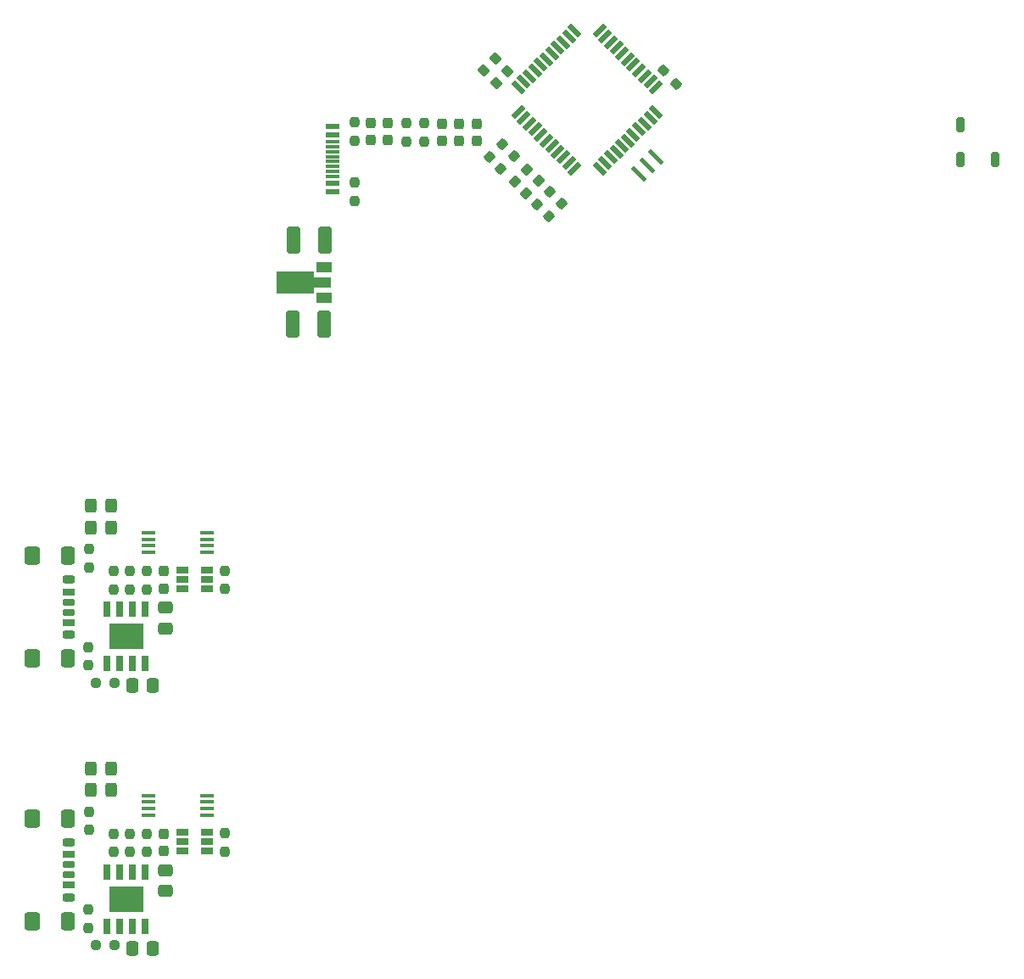
<source format=gbr>
%TF.GenerationSoftware,KiCad,Pcbnew,8.0.3*%
%TF.CreationDate,2024-09-09T17:16:03+03:00*%
%TF.ProjectId,JLC8,4a4c4338-2e6b-4696-9361-645f70636258,rev?*%
%TF.SameCoordinates,Original*%
%TF.FileFunction,Paste,Top*%
%TF.FilePolarity,Positive*%
%FSLAX46Y46*%
G04 Gerber Fmt 4.6, Leading zero omitted, Abs format (unit mm)*
G04 Created by KiCad (PCBNEW 8.0.3) date 2024-09-09 17:16:03*
%MOMM*%
%LPD*%
G01*
G04 APERTURE LIST*
G04 Aperture macros list*
%AMRoundRect*
0 Rectangle with rounded corners*
0 $1 Rounding radius*
0 $2 $3 $4 $5 $6 $7 $8 $9 X,Y pos of 4 corners*
0 Add a 4 corners polygon primitive as box body*
4,1,4,$2,$3,$4,$5,$6,$7,$8,$9,$2,$3,0*
0 Add four circle primitives for the rounded corners*
1,1,$1+$1,$2,$3*
1,1,$1+$1,$4,$5*
1,1,$1+$1,$6,$7*
1,1,$1+$1,$8,$9*
0 Add four rect primitives between the rounded corners*
20,1,$1+$1,$2,$3,$4,$5,0*
20,1,$1+$1,$4,$5,$6,$7,0*
20,1,$1+$1,$6,$7,$8,$9,0*
20,1,$1+$1,$8,$9,$2,$3,0*%
%AMRotRect*
0 Rectangle, with rotation*
0 The origin of the aperture is its center*
0 $1 length*
0 $2 width*
0 $3 Rotation angle, in degrees counterclockwise*
0 Add horizontal line*
21,1,$1,$2,0,0,$3*%
G04 Aperture macros list end*
%ADD10RoundRect,0.250000X-0.337500X-0.475000X0.337500X-0.475000X0.337500X0.475000X-0.337500X0.475000X0*%
%ADD11RoundRect,0.237500X0.237500X-0.287500X0.237500X0.287500X-0.237500X0.287500X-0.237500X-0.287500X0*%
%ADD12R,1.200000X0.650000*%
%ADD13R,3.402000X2.513000*%
%ADD14R,0.700000X1.525000*%
%ADD15RoundRect,0.237500X-0.380070X0.044194X0.044194X-0.380070X0.380070X-0.044194X-0.044194X0.380070X0*%
%ADD16RoundRect,0.237500X0.237500X-0.250000X0.237500X0.250000X-0.237500X0.250000X-0.237500X-0.250000X0*%
%ADD17RoundRect,0.237500X-0.237500X0.250000X-0.237500X-0.250000X0.237500X-0.250000X0.237500X0.250000X0*%
%ADD18RoundRect,0.250000X0.412500X1.100000X-0.412500X1.100000X-0.412500X-1.100000X0.412500X-1.100000X0*%
%ADD19RoundRect,0.237500X-0.008839X-0.344715X0.344715X0.008839X0.008839X0.344715X-0.344715X-0.008839X0*%
%ADD20RoundRect,0.250000X0.325000X0.450000X-0.325000X0.450000X-0.325000X-0.450000X0.325000X-0.450000X0*%
%ADD21RoundRect,0.237500X0.237500X-0.300000X0.237500X0.300000X-0.237500X0.300000X-0.237500X-0.300000X0*%
%ADD22RoundRect,0.237500X0.008839X0.344715X-0.344715X-0.008839X-0.008839X-0.344715X0.344715X0.008839X0*%
%ADD23RoundRect,0.237500X-0.044194X-0.380070X0.380070X0.044194X0.044194X0.380070X-0.380070X-0.044194X0*%
%ADD24R,1.450000X0.600000*%
%ADD25R,1.450000X0.300000*%
%ADD26RoundRect,0.250000X-0.475000X0.337500X-0.475000X-0.337500X0.475000X-0.337500X0.475000X0.337500X0*%
%ADD27R,1.500000X1.000000*%
%ADD28R,3.700000X2.200000*%
%ADD29R,1.800000X1.000000*%
%ADD30RotRect,0.400000X1.900000X225.000000*%
%ADD31RoundRect,0.237500X-0.237500X0.300000X-0.237500X-0.300000X0.237500X-0.300000X0.237500X0.300000X0*%
%ADD32RoundRect,0.200000X-0.200000X0.550000X-0.200000X-0.550000X0.200000X-0.550000X0.200000X0.550000X0*%
%ADD33RotRect,0.508000X1.473200X315.000000*%
%ADD34RotRect,0.508000X1.473200X225.000000*%
%ADD35RoundRect,0.237500X0.380070X-0.044194X-0.044194X0.380070X-0.380070X0.044194X0.044194X-0.380070X0*%
%ADD36RoundRect,0.237500X0.044194X0.380070X-0.380070X-0.044194X-0.044194X-0.380070X0.380070X0.044194X0*%
%ADD37RoundRect,0.250000X-0.500000X0.650000X-0.500000X-0.650000X0.500000X-0.650000X0.500000X0.650000X0*%
%ADD38RoundRect,0.250000X-0.425000X0.650000X-0.425000X-0.650000X0.425000X-0.650000X0.425000X0.650000X0*%
%ADD39RoundRect,0.200000X-0.400000X0.200000X-0.400000X-0.200000X0.400000X-0.200000X0.400000X0.200000X0*%
%ADD40RoundRect,0.190000X-0.410000X0.190000X-0.410000X-0.190000X0.410000X-0.190000X0.410000X0.190000X0*%
%ADD41RoundRect,0.175000X0.425000X-0.175000X0.425000X0.175000X-0.425000X0.175000X-0.425000X-0.175000X0*%
%ADD42RoundRect,0.200000X0.400000X-0.200000X0.400000X0.200000X-0.400000X0.200000X-0.400000X-0.200000X0*%
%ADD43RoundRect,0.190000X0.410000X-0.190000X0.410000X0.190000X-0.410000X0.190000X-0.410000X-0.190000X0*%
%ADD44RoundRect,0.175000X-0.425000X0.175000X-0.425000X-0.175000X0.425000X-0.175000X0.425000X0.175000X0*%
%ADD45R,1.475000X0.450000*%
%ADD46RoundRect,0.237500X-0.250000X-0.237500X0.250000X-0.237500X0.250000X0.237500X-0.250000X0.237500X0*%
%ADD47RoundRect,0.237500X-0.344715X0.008839X0.008839X-0.344715X0.344715X-0.008839X-0.008839X0.344715X0*%
G04 APERTURE END LIST*
D10*
%TO.C,C2*%
X113919250Y-141662179D03*
X111844250Y-141662179D03*
%TD*%
D11*
%TO.C,D3*%
X142756050Y-61092179D03*
X142756050Y-59342179D03*
%TD*%
D12*
%TO.C,U3*%
X116832500Y-105769679D03*
X116832500Y-104819679D03*
X116832500Y-103869679D03*
X119332500Y-103869679D03*
X119332500Y-104819679D03*
X119332500Y-105769679D03*
%TD*%
D13*
%TO.C,U1*%
X111249250Y-110532179D03*
D14*
X109344250Y-107820179D03*
X110614250Y-107820179D03*
X111884250Y-107820179D03*
X113154250Y-107820179D03*
X113154250Y-113244179D03*
X111884250Y-113244179D03*
X110614250Y-113244179D03*
X109344250Y-113244179D03*
%TD*%
D15*
%TO.C,C10*%
X146956170Y-54067299D03*
X148175930Y-55287059D03*
%TD*%
D16*
%TO.C,R3*%
X121069250Y-130149679D03*
X121069250Y-131974679D03*
%TD*%
D17*
%TO.C,R6*%
X107506750Y-113409679D03*
X107506750Y-111584679D03*
%TD*%
D18*
%TO.C,C2*%
X131008550Y-79327179D03*
X127883550Y-79327179D03*
%TD*%
D19*
%TO.C,R8*%
X152274998Y-67437256D03*
X153565468Y-66146786D03*
%TD*%
D20*
%TO.C,D2*%
X107744250Y-123687179D03*
X109794250Y-123687179D03*
%TD*%
D16*
%TO.C,R4*%
X113282500Y-104007179D03*
X113282500Y-105832179D03*
%TD*%
D20*
%TO.C,D2*%
X107744250Y-97487179D03*
X109794250Y-97487179D03*
%TD*%
%TO.C,D1*%
X107744250Y-99667179D03*
X109794250Y-99667179D03*
%TD*%
D17*
%TO.C,R2*%
X111594250Y-132019679D03*
X111594250Y-130194679D03*
%TD*%
D21*
%TO.C,C1*%
X115007500Y-130232179D03*
X115007500Y-131957179D03*
%TD*%
D22*
%TO.C,R6*%
X148822060Y-61424538D03*
X147531590Y-62715008D03*
%TD*%
D23*
%TO.C,C8*%
X150043586Y-65138617D03*
X151263346Y-63918857D03*
%TD*%
D24*
%TO.C,J1*%
X131881050Y-59637179D03*
X131881050Y-60437179D03*
D25*
X131881050Y-61637179D03*
X131881050Y-62637179D03*
X131881050Y-63137179D03*
X131881050Y-64137179D03*
D24*
X131881050Y-66137179D03*
X131881050Y-65337179D03*
D25*
X131881050Y-64637179D03*
X131881050Y-63637179D03*
X131881050Y-62137179D03*
X131881050Y-61137179D03*
%TD*%
D17*
%TO.C,R6*%
X107506750Y-139609679D03*
X107506750Y-137784679D03*
%TD*%
D22*
%TO.C,R5*%
X149953431Y-62555909D03*
X148662961Y-63846379D03*
%TD*%
D16*
%TO.C,R4*%
X113282500Y-130207179D03*
X113282500Y-132032179D03*
%TD*%
D26*
%TO.C,C3*%
X115144250Y-135937179D03*
X115144250Y-133862179D03*
%TD*%
D11*
%TO.C,D4*%
X144506050Y-61092179D03*
X144506050Y-59342179D03*
%TD*%
D27*
%TO.C,U2*%
X131006050Y-76717179D03*
D28*
X128106050Y-75217179D03*
D29*
X130856050Y-75217179D03*
D27*
X131006050Y-73717179D03*
%TD*%
D17*
%TO.C,R2*%
X111594250Y-105819679D03*
X111594250Y-103994679D03*
%TD*%
D13*
%TO.C,U1*%
X111249250Y-136732179D03*
D14*
X109344250Y-134020179D03*
X110614250Y-134020179D03*
X111884250Y-134020179D03*
X113154250Y-134020179D03*
X113154250Y-139444179D03*
X111884250Y-139444179D03*
X110614250Y-139444179D03*
X109344250Y-139444179D03*
%TD*%
D30*
%TO.C,Y1*%
X164124578Y-62688651D03*
X163276050Y-63537179D03*
X162427522Y-64385707D03*
%TD*%
D21*
%TO.C,C3*%
X135666050Y-60979679D03*
X135666050Y-59254679D03*
%TD*%
D31*
%TO.C,C9*%
X146256050Y-59354678D03*
X146256050Y-61079680D03*
%TD*%
D12*
%TO.C,U3*%
X116832500Y-131969679D03*
X116832500Y-131019679D03*
X116832500Y-130069679D03*
X119332500Y-130069679D03*
X119332500Y-131019679D03*
X119332500Y-131969679D03*
%TD*%
D16*
%TO.C,R3*%
X121069250Y-103949679D03*
X121069250Y-105774679D03*
%TD*%
D32*
%TO.C,BZ1*%
X194506050Y-62967179D03*
X194506050Y-59467179D03*
X198006050Y-62967179D03*
%TD*%
D33*
%TO.C,U1*%
X150377174Y-58206454D03*
X150933950Y-58763230D03*
X151508686Y-59337967D03*
X152065462Y-59894742D03*
X152640198Y-60469479D03*
X153196974Y-61026255D03*
X153753750Y-61583031D03*
X154328487Y-62157767D03*
X154885262Y-62714543D03*
X155459999Y-63289279D03*
X156016775Y-63846055D03*
D34*
X158495325Y-63846055D03*
X159052101Y-63289279D03*
X159626838Y-62714543D03*
X160183613Y-62157767D03*
X160758350Y-61583031D03*
X161315126Y-61026255D03*
X161871902Y-60469479D03*
X162446638Y-59894742D03*
X163003414Y-59337967D03*
X163578150Y-58763230D03*
X164134926Y-58206454D03*
D33*
X164134926Y-55727904D03*
X163578150Y-55171128D03*
X163003414Y-54596391D03*
X162446638Y-54039616D03*
X161871902Y-53464879D03*
X161315126Y-52908103D03*
X160758350Y-52351327D03*
X160183613Y-51776591D03*
X159626838Y-51219815D03*
X159052101Y-50645079D03*
X158495325Y-50088303D03*
D34*
X156016775Y-50088303D03*
X155459999Y-50645079D03*
X154885262Y-51219815D03*
X154328487Y-51776591D03*
X153753750Y-52351327D03*
X153196974Y-52908103D03*
X152640198Y-53464879D03*
X152065462Y-54039616D03*
X151508686Y-54596391D03*
X150933950Y-55171128D03*
X150377174Y-55727904D03*
%TD*%
D16*
%TO.C,R2*%
X134036050Y-61029679D03*
X134036050Y-59204679D03*
%TD*%
%TO.C,R1*%
X139256050Y-61129679D03*
X139256050Y-59304679D03*
%TD*%
%TO.C,R7*%
X107556750Y-101824679D03*
X107556750Y-103649679D03*
%TD*%
D17*
%TO.C,R3*%
X134036050Y-65247179D03*
X134036050Y-67072179D03*
%TD*%
D10*
%TO.C,C2*%
X113919250Y-115462179D03*
X111844250Y-115462179D03*
%TD*%
D35*
%TO.C,C6*%
X149309939Y-54112235D03*
X148090179Y-52892475D03*
%TD*%
D20*
%TO.C,D1*%
X107744250Y-125867179D03*
X109794250Y-125867179D03*
%TD*%
D36*
%TO.C,C7*%
X152415930Y-65057299D03*
X151196170Y-66277059D03*
%TD*%
D21*
%TO.C,C1*%
X115007500Y-104032179D03*
X115007500Y-105757179D03*
%TD*%
D17*
%TO.C,R1*%
X109974250Y-132019679D03*
X109974250Y-130194679D03*
%TD*%
D37*
%TO.C,J1*%
X101851750Y-112732179D03*
D38*
X105431750Y-112732179D03*
D37*
X101851750Y-102482179D03*
D38*
X105431750Y-102482179D03*
D39*
X105486750Y-104857179D03*
D40*
X105486750Y-106087179D03*
D41*
X105486750Y-108107179D03*
D42*
X105486750Y-110357179D03*
D43*
X105486750Y-109127179D03*
D44*
X105486750Y-107107179D03*
%TD*%
D45*
%TO.C,U2*%
X119345250Y-126387179D03*
X119345250Y-127037179D03*
X119345250Y-127687179D03*
X119345250Y-128337179D03*
X113469250Y-128337179D03*
X113469250Y-127687179D03*
X113469250Y-127037179D03*
X113469250Y-126387179D03*
%TD*%
%TO.C,U2*%
X119345250Y-100187179D03*
X119345250Y-100837179D03*
X119345250Y-101487179D03*
X119345250Y-102137179D03*
X113469250Y-102137179D03*
X113469250Y-101487179D03*
X113469250Y-100837179D03*
X113469250Y-100187179D03*
%TD*%
D46*
%TO.C,R5*%
X110081750Y-115145179D03*
X108256750Y-115145179D03*
%TD*%
D21*
%TO.C,C5*%
X137378550Y-61004679D03*
X137378550Y-59279679D03*
%TD*%
D16*
%TO.C,R7*%
X107556750Y-128024679D03*
X107556750Y-129849679D03*
%TD*%
D37*
%TO.C,J1*%
X101851750Y-138932179D03*
D38*
X105431750Y-138932179D03*
D37*
X101851750Y-128682179D03*
D38*
X105431750Y-128682179D03*
D39*
X105486750Y-131057179D03*
D40*
X105486750Y-132287179D03*
D41*
X105486750Y-134307179D03*
D42*
X105486750Y-136557179D03*
D43*
X105486750Y-135327179D03*
D44*
X105486750Y-133307179D03*
%TD*%
D19*
%TO.C,R7*%
X153420815Y-68585638D03*
X154711285Y-67295168D03*
%TD*%
D46*
%TO.C,R5*%
X110081750Y-141345179D03*
X108256750Y-141345179D03*
%TD*%
D26*
%TO.C,C3*%
X115144250Y-109737179D03*
X115144250Y-107662179D03*
%TD*%
D17*
%TO.C,R1*%
X109974250Y-105819679D03*
X109974250Y-103994679D03*
%TD*%
D18*
%TO.C,C1*%
X131068550Y-70967179D03*
X127943550Y-70967179D03*
%TD*%
D17*
%TO.C,R9*%
X141006050Y-59304679D03*
X141006050Y-61129679D03*
%TD*%
D47*
%TO.C,R4*%
X164860815Y-54071944D03*
X166151285Y-55362414D03*
%TD*%
M02*

</source>
